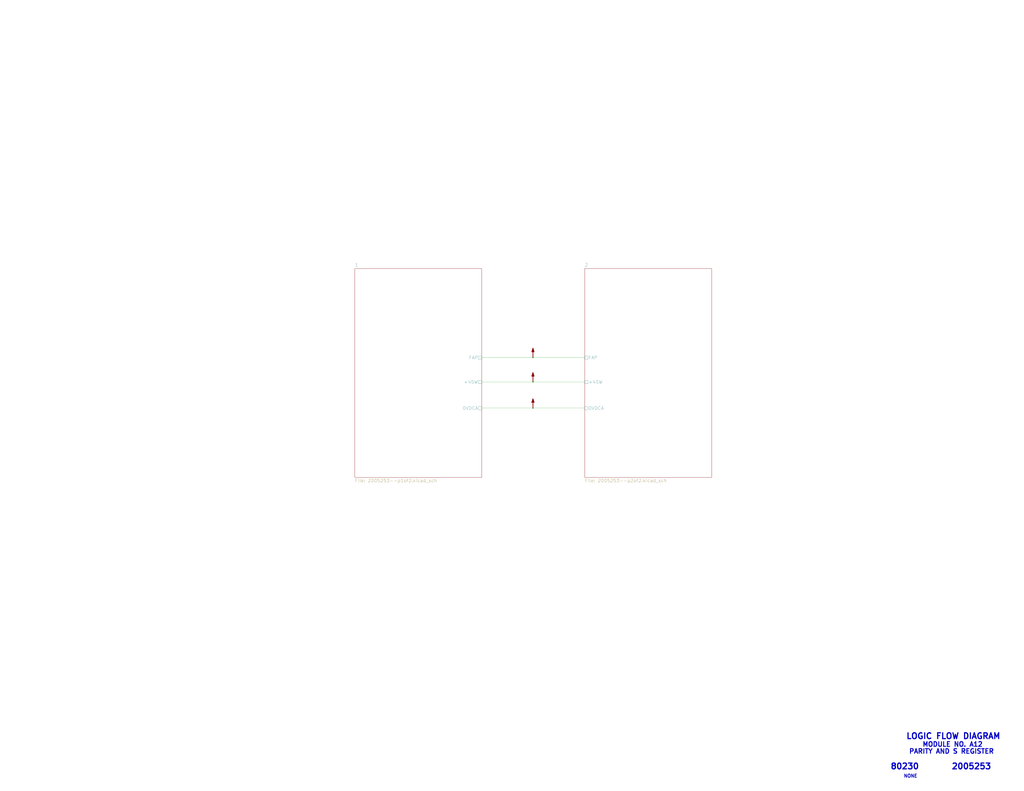
<source format=kicad_sch>
(kicad_sch (version 20211123) (generator eeschema)
  (paper "E")
  (lib_symbols
    (symbol "AGC_DSKY:PWR_FLAG" (power) (pin_numbers hide) (pin_names (offset 0) hide)
      (symbol "PWR_FLAG_0_0"
        (pin power_out line (at 0 0 90) (length 0) (name "pwr") (number "1"))
      )
      (symbol "PWR_FLAG_0_1"
        (polyline (pts (xy 0 0) (xy 0 10.16)) (stroke (width 0.762)))
        (polyline (pts (xy 0 10.16) (xy -1.27 6.35) (xy 1.27 6.35) (xy 0 10.16)) (stroke (width 0.762)) (fill (type outline)))
      )
    )
  )
  (junction (at 581.66 390.525))
  (junction (at 581.66 417.195))
  (junction (at 581.66 445.77))
  (wire (pts (xy 581.66 417.195) (xy 638.175 417.195)))
  (wire (pts (xy 525.78 445.77) (xy 581.66 445.77)))
  (wire (pts (xy 581.66 390.525) (xy 638.175 390.525)))
  (wire (pts (xy 525.78 390.525) (xy 581.66 390.525)))
  (wire (pts (xy 525.78 417.195) (xy 581.66 417.195)))
  (wire (pts (xy 581.66 445.77) (xy 638.175 445.77)))
  (text "LOGIC FLOW DIAGRAM" (at 988.695 807.72 0) (effects (font (size 6.35 6.35) (thickness 1.27) bold) (justify left bottom)))
  (text "80230" (at 971.55 840.74 0) (effects (font (size 6.35 6.35) (thickness 1.27) bold) (justify left bottom)))
  (text "NONE" (at 986.155 849.63 0) (effects (font (size 3.556 3.556) (thickness 0.7112) bold) (justify left bottom)))
  (text "MODULE NO. A12" (at 1006.475 815.975 0) (effects (font (size 5.08 5.08) (thickness 1.016) bold) (justify left bottom)))
  (text "PARITY AND S REGISTER" (at 991.87 823.595 0) (effects (font (size 5.08 5.08) (thickness 1.016) bold) (justify left bottom)))
  (text "2005253" (at 1038.225 840.74 0) (effects (font (size 6.35 6.35) (thickness 1.27) bold) (justify left bottom)))
  (symbol (lib_id "AGC_DSKY:PWR_FLAG") (at 581.66 445.77 0) (unit 1)
    (property "Reference" "#FLG0103" (effects hide))
    (property "Value" "PWR_FLAG" (effects hide))
  )
  (symbol (lib_id "AGC_DSKY:PWR_FLAG") (at 581.66 417.195 0) (unit 1)
    (property "Reference" "#FLG0102" (effects hide))
    (property "Value" "PWR_FLAG" (effects hide))
  )
  (symbol (lib_id "AGC_DSKY:PWR_FLAG") (at 581.66 390.525 0) (unit 1)
    (property "Reference" "#FLG0101" (effects hide))
    (property "Value" "PWR_FLAG" (effects hide))
  )
  (sheet (at 387.35 293.37) (size 138.43 227.965)
    (property "Sheet name" "1" (at 387.35 291.5154 0) (effects (font (size 3.556 3.556)) (justify left bottom)))
    (property "Sheet file" "2005253--p1of2.kicad_sch" (at 387.35 522.834 0) (effects (font (size 3.556 3.556)) (justify left top)))
    (pin "0VDCA" passive (at 525.78 445.77 0) (effects (font (size 3.556 3.556))))
    (pin "+4SW" passive (at 525.78 417.195 0) (effects (font (size 3.556 3.556))))
    (pin "FAP" passive (at 525.78 390.525 0) (effects (font (size 3.556 3.556))))
  )
  (sheet (at 638.175 293.37) (size 138.43 227.965)
    (property "Sheet name" "2" (at 638.175 291.5154 0) (effects (font (size 3.556 3.556)) (justify left bottom)))
    (property "Sheet file" "2005253--p2of2.kicad_sch" (at 638.175 522.834 0) (effects (font (size 3.556 3.556)) (justify left top)))
    (pin "0VDCA" passive (at 638.175 445.77 180) (effects (font (size 3.556 3.556))))
    (pin "+4SW" passive (at 638.175 417.195 180) (effects (font (size 3.556 3.556))))
    (pin "FAP" passive (at 638.175 390.525 180) (effects (font (size 3.556 3.556))))
  )
)
</source>
